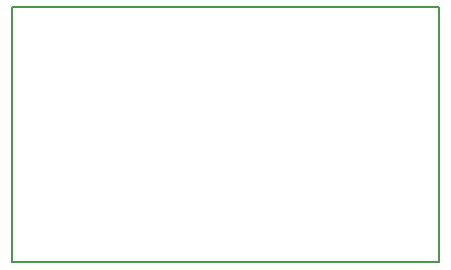
<source format=gbr>
%TF.GenerationSoftware,KiCad,Pcbnew,5.1.10-88a1d61d58~90~ubuntu20.04.1*%
%TF.CreationDate,2021-12-16T23:27:53-03:00*%
%TF.ProjectId,projeto-final,70726f6a-6574-46f2-9d66-696e616c2e6b,rev?*%
%TF.SameCoordinates,Original*%
%TF.FileFunction,Profile,NP*%
%FSLAX46Y46*%
G04 Gerber Fmt 4.6, Leading zero omitted, Abs format (unit mm)*
G04 Created by KiCad (PCBNEW 5.1.10-88a1d61d58~90~ubuntu20.04.1) date 2021-12-16 23:27:53*
%MOMM*%
%LPD*%
G01*
G04 APERTURE LIST*
%TA.AperFunction,Profile*%
%ADD10C,0.200000*%
%TD*%
G04 APERTURE END LIST*
D10*
X125095000Y-88265000D02*
X125095000Y-66675000D01*
X161290000Y-88265000D02*
X125095000Y-88265000D01*
X161290000Y-66675000D02*
X161290000Y-88265000D01*
X125095000Y-66675000D02*
X161290000Y-66675000D01*
M02*

</source>
